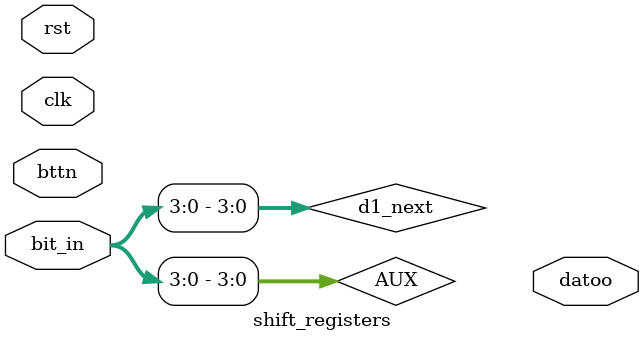
<source format=sv>
`timescale 1ns / 1ps

// shift_registers nombre_(.clk(),.rst(),.bttn(),.bit_in(),.dato());

module shift_registers(
    input logic clk, rst, bttn,
    input logic [4:0]bit_in,
    
    output logic [15:0]datoo
    //output logic [3:0]q1,[3:0]q2,[3:0]q3,[3:0]q4
    );
    logic [3:0]AUX;
    assign AUX[3:0] = bit_in[3:0];
    
    logic [3:0]d1;  logic [3:0]d2;  logic [3:0]d3;  logic [3:0]d4;
    logic [3:0]q1;  logic [3:0]q2;  logic [3:0]q3;  logic [3:0]q4;
    
    logic [3:0]d1_next; logic d2_next; logic [3:0]d3_next; logic [3:0]d4_next;
    
    always_comb begin
        d1_next=AUX;
        d2_next=q1;
        d3_next=q2;
        d4_next=q3;
    end
    
    always_ff @(posedge clk, posedge rst) begin
        if (rst) begin
            q1<='b0;
            q2<='b0;
            q3<='b0;
            q4<='b0;
        end
        else if (bttn) begin
            q1<=d1_next;
            q2<=d2_next;
            q3<=d3_next;
            q4<=d4_next;
        end
    end
    
    /*assign dato[15:12]=q4;
    assign dato[11:8]=q3;
    assign dato[7:4]=q2;
    assign dato[3:0]=q1;
    */
    
endmodule


</source>
